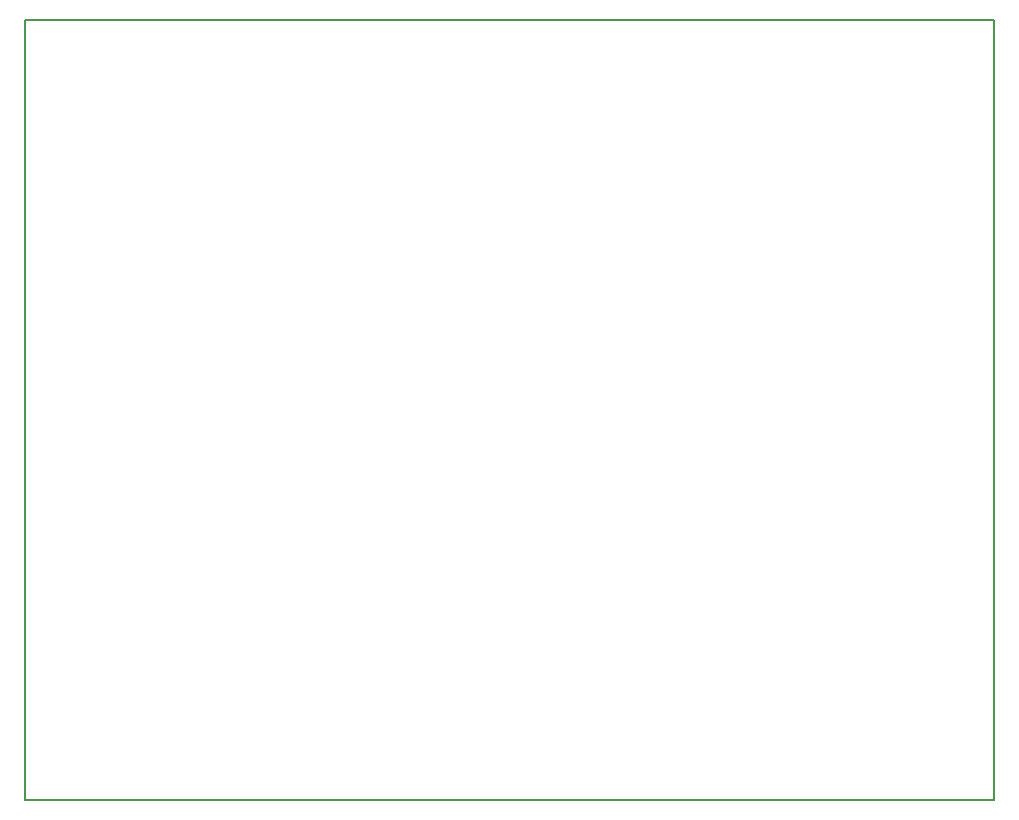
<source format=gm1>
G04 #@! TF.FileFunction,Profile,NP*
%FSLAX46Y46*%
G04 Gerber Fmt 4.6, Leading zero omitted, Abs format (unit mm)*
G04 Created by KiCad (PCBNEW 4.0.7) date 11/12/18 06:30:44*
%MOMM*%
%LPD*%
G01*
G04 APERTURE LIST*
%ADD10C,0.100000*%
%ADD11C,0.150000*%
G04 APERTURE END LIST*
D10*
D11*
X183000000Y-39000000D02*
X101000000Y-39000000D01*
X183000000Y-105000000D02*
X101000000Y-105000000D01*
X183000000Y-39000000D02*
X183000000Y-105000000D01*
X101000000Y-105000000D02*
X101000000Y-39000000D01*
M02*

</source>
